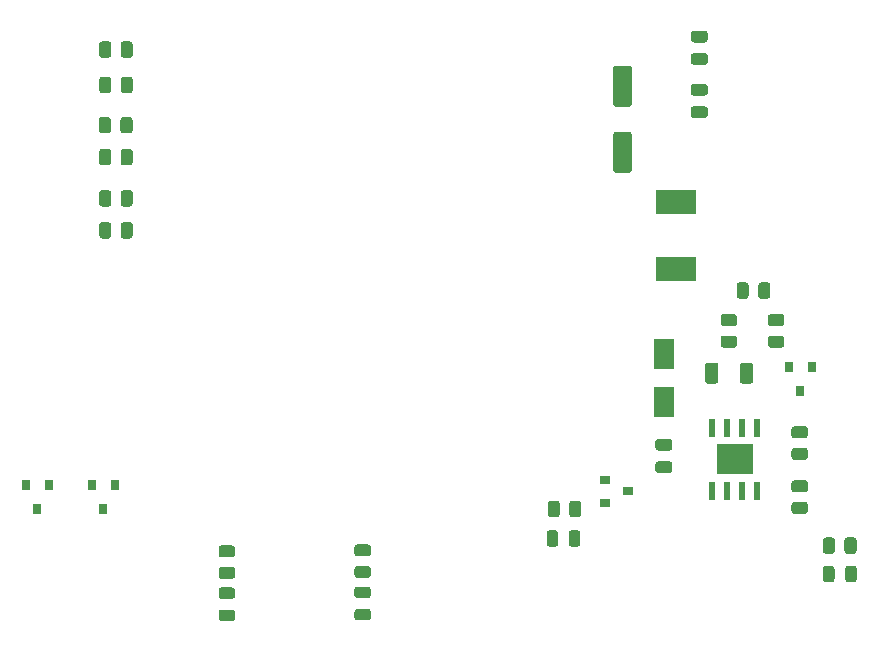
<source format=gbr>
%TF.GenerationSoftware,KiCad,Pcbnew,(5.1.12)-1*%
%TF.CreationDate,2021-12-26T21:26:00+08:00*%
%TF.ProjectId,OrangePiZeroExtentionBoard,4f72616e-6765-4506-995a-65726f457874,rev?*%
%TF.SameCoordinates,Original*%
%TF.FileFunction,Paste,Top*%
%TF.FilePolarity,Positive*%
%FSLAX46Y46*%
G04 Gerber Fmt 4.6, Leading zero omitted, Abs format (unit mm)*
G04 Created by KiCad (PCBNEW (5.1.12)-1) date 2021-12-26 21:26:00*
%MOMM*%
%LPD*%
G01*
G04 APERTURE LIST*
%ADD10R,0.600000X1.550000*%
%ADD11R,3.100000X2.600000*%
%ADD12R,1.800000X2.500000*%
%ADD13R,3.400000X2.000000*%
%ADD14R,0.800000X0.900000*%
%ADD15R,0.900000X0.800000*%
G04 APERTURE END LIST*
%TO.C,C5*%
G36*
G01*
X166050000Y-76950000D02*
X164950000Y-76950000D01*
G75*
G02*
X164700000Y-76700000I0J250000D01*
G01*
X164700000Y-73700000D01*
G75*
G02*
X164950000Y-73450000I250000J0D01*
G01*
X166050000Y-73450000D01*
G75*
G02*
X166300000Y-73700000I0J-250000D01*
G01*
X166300000Y-76700000D01*
G75*
G02*
X166050000Y-76950000I-250000J0D01*
G01*
G37*
G36*
G01*
X166050000Y-82550000D02*
X164950000Y-82550000D01*
G75*
G02*
X164700000Y-82300000I0J250000D01*
G01*
X164700000Y-79300000D01*
G75*
G02*
X164950000Y-79050000I250000J0D01*
G01*
X166050000Y-79050000D01*
G75*
G02*
X166300000Y-79300000I0J-250000D01*
G01*
X166300000Y-82300000D01*
G75*
G02*
X166050000Y-82550000I-250000J0D01*
G01*
G37*
%TD*%
D10*
%TO.C,U1*%
X173095000Y-104100000D03*
X174365000Y-104100000D03*
X175635000Y-104100000D03*
X176905000Y-104100000D03*
X176905000Y-109500000D03*
X175635000Y-109500000D03*
X174365000Y-109500000D03*
X173095000Y-109500000D03*
D11*
X175000000Y-106800000D03*
%TD*%
%TO.C,C1*%
G36*
G01*
X172475000Y-71500000D02*
X171525000Y-71500000D01*
G75*
G02*
X171275000Y-71250000I0J250000D01*
G01*
X171275000Y-70750000D01*
G75*
G02*
X171525000Y-70500000I250000J0D01*
G01*
X172475000Y-70500000D01*
G75*
G02*
X172725000Y-70750000I0J-250000D01*
G01*
X172725000Y-71250000D01*
G75*
G02*
X172475000Y-71500000I-250000J0D01*
G01*
G37*
G36*
G01*
X172475000Y-73400000D02*
X171525000Y-73400000D01*
G75*
G02*
X171275000Y-73150000I0J250000D01*
G01*
X171275000Y-72650000D01*
G75*
G02*
X171525000Y-72400000I250000J0D01*
G01*
X172475000Y-72400000D01*
G75*
G02*
X172725000Y-72650000I0J-250000D01*
G01*
X172725000Y-73150000D01*
G75*
G02*
X172475000Y-73400000I-250000J0D01*
G01*
G37*
%TD*%
%TO.C,C2*%
G36*
G01*
X172475000Y-100150001D02*
X172475000Y-98849999D01*
G75*
G02*
X172724999Y-98600000I249999J0D01*
G01*
X173375001Y-98600000D01*
G75*
G02*
X173625000Y-98849999I0J-249999D01*
G01*
X173625000Y-100150001D01*
G75*
G02*
X173375001Y-100400000I-249999J0D01*
G01*
X172724999Y-100400000D01*
G75*
G02*
X172475000Y-100150001I0J249999D01*
G01*
G37*
G36*
G01*
X175425000Y-100150001D02*
X175425000Y-98849999D01*
G75*
G02*
X175674999Y-98600000I249999J0D01*
G01*
X176325001Y-98600000D01*
G75*
G02*
X176575000Y-98849999I0J-249999D01*
G01*
X176575000Y-100150001D01*
G75*
G02*
X176325001Y-100400000I-249999J0D01*
G01*
X175674999Y-100400000D01*
G75*
G02*
X175425000Y-100150001I0J249999D01*
G01*
G37*
%TD*%
%TO.C,C3*%
G36*
G01*
X172475000Y-77900000D02*
X171525000Y-77900000D01*
G75*
G02*
X171275000Y-77650000I0J250000D01*
G01*
X171275000Y-77150000D01*
G75*
G02*
X171525000Y-76900000I250000J0D01*
G01*
X172475000Y-76900000D01*
G75*
G02*
X172725000Y-77150000I0J-250000D01*
G01*
X172725000Y-77650000D01*
G75*
G02*
X172475000Y-77900000I-250000J0D01*
G01*
G37*
G36*
G01*
X172475000Y-76000000D02*
X171525000Y-76000000D01*
G75*
G02*
X171275000Y-75750000I0J250000D01*
G01*
X171275000Y-75250000D01*
G75*
G02*
X171525000Y-75000000I250000J0D01*
G01*
X172475000Y-75000000D01*
G75*
G02*
X172725000Y-75250000I0J-250000D01*
G01*
X172725000Y-75750000D01*
G75*
G02*
X172475000Y-76000000I-250000J0D01*
G01*
G37*
%TD*%
%TO.C,C4*%
G36*
G01*
X169475000Y-107950000D02*
X168525000Y-107950000D01*
G75*
G02*
X168275000Y-107700000I0J250000D01*
G01*
X168275000Y-107200000D01*
G75*
G02*
X168525000Y-106950000I250000J0D01*
G01*
X169475000Y-106950000D01*
G75*
G02*
X169725000Y-107200000I0J-250000D01*
G01*
X169725000Y-107700000D01*
G75*
G02*
X169475000Y-107950000I-250000J0D01*
G01*
G37*
G36*
G01*
X169475000Y-106050000D02*
X168525000Y-106050000D01*
G75*
G02*
X168275000Y-105800000I0J250000D01*
G01*
X168275000Y-105300000D01*
G75*
G02*
X168525000Y-105050000I250000J0D01*
G01*
X169475000Y-105050000D01*
G75*
G02*
X169725000Y-105300000I0J-250000D01*
G01*
X169725000Y-105800000D01*
G75*
G02*
X169475000Y-106050000I-250000J0D01*
G01*
G37*
%TD*%
%TO.C,D1*%
G36*
G01*
X184350000Y-116956250D02*
X184350000Y-116043750D01*
G75*
G02*
X184593750Y-115800000I243750J0D01*
G01*
X185081250Y-115800000D01*
G75*
G02*
X185325000Y-116043750I0J-243750D01*
G01*
X185325000Y-116956250D01*
G75*
G02*
X185081250Y-117200000I-243750J0D01*
G01*
X184593750Y-117200000D01*
G75*
G02*
X184350000Y-116956250I0J243750D01*
G01*
G37*
G36*
G01*
X182475000Y-116956250D02*
X182475000Y-116043750D01*
G75*
G02*
X182718750Y-115800000I243750J0D01*
G01*
X183206250Y-115800000D01*
G75*
G02*
X183450000Y-116043750I0J-243750D01*
G01*
X183450000Y-116956250D01*
G75*
G02*
X183206250Y-117200000I-243750J0D01*
G01*
X182718750Y-117200000D01*
G75*
G02*
X182475000Y-116956250I0J243750D01*
G01*
G37*
%TD*%
%TO.C,D2*%
G36*
G01*
X132456250Y-120487500D02*
X131543750Y-120487500D01*
G75*
G02*
X131300000Y-120243750I0J243750D01*
G01*
X131300000Y-119756250D01*
G75*
G02*
X131543750Y-119512500I243750J0D01*
G01*
X132456250Y-119512500D01*
G75*
G02*
X132700000Y-119756250I0J-243750D01*
G01*
X132700000Y-120243750D01*
G75*
G02*
X132456250Y-120487500I-243750J0D01*
G01*
G37*
G36*
G01*
X132456250Y-118612500D02*
X131543750Y-118612500D01*
G75*
G02*
X131300000Y-118368750I0J243750D01*
G01*
X131300000Y-117881250D01*
G75*
G02*
X131543750Y-117637500I243750J0D01*
G01*
X132456250Y-117637500D01*
G75*
G02*
X132700000Y-117881250I0J-243750D01*
G01*
X132700000Y-118368750D01*
G75*
G02*
X132456250Y-118612500I-243750J0D01*
G01*
G37*
%TD*%
%TO.C,D3*%
G36*
G01*
X143956250Y-118550000D02*
X143043750Y-118550000D01*
G75*
G02*
X142800000Y-118306250I0J243750D01*
G01*
X142800000Y-117818750D01*
G75*
G02*
X143043750Y-117575000I243750J0D01*
G01*
X143956250Y-117575000D01*
G75*
G02*
X144200000Y-117818750I0J-243750D01*
G01*
X144200000Y-118306250D01*
G75*
G02*
X143956250Y-118550000I-243750J0D01*
G01*
G37*
G36*
G01*
X143956250Y-120425000D02*
X143043750Y-120425000D01*
G75*
G02*
X142800000Y-120181250I0J243750D01*
G01*
X142800000Y-119693750D01*
G75*
G02*
X143043750Y-119450000I243750J0D01*
G01*
X143956250Y-119450000D01*
G75*
G02*
X144200000Y-119693750I0J-243750D01*
G01*
X144200000Y-120181250D01*
G75*
G02*
X143956250Y-120425000I-243750J0D01*
G01*
G37*
%TD*%
D12*
%TO.C,D4*%
X169000000Y-97900000D03*
X169000000Y-101900000D03*
%TD*%
%TO.C,D5*%
G36*
G01*
X161925000Y-113043750D02*
X161925000Y-113956250D01*
G75*
G02*
X161681250Y-114200000I-243750J0D01*
G01*
X161193750Y-114200000D01*
G75*
G02*
X160950000Y-113956250I0J243750D01*
G01*
X160950000Y-113043750D01*
G75*
G02*
X161193750Y-112800000I243750J0D01*
G01*
X161681250Y-112800000D01*
G75*
G02*
X161925000Y-113043750I0J-243750D01*
G01*
G37*
G36*
G01*
X160050000Y-113043750D02*
X160050000Y-113956250D01*
G75*
G02*
X159806250Y-114200000I-243750J0D01*
G01*
X159318750Y-114200000D01*
G75*
G02*
X159075000Y-113956250I0J243750D01*
G01*
X159075000Y-113043750D01*
G75*
G02*
X159318750Y-112800000I243750J0D01*
G01*
X159806250Y-112800000D01*
G75*
G02*
X160050000Y-113043750I0J-243750D01*
G01*
G37*
%TD*%
D13*
%TO.C,L1*%
X170000000Y-90700000D03*
X170000000Y-85000000D03*
%TD*%
D14*
%TO.C,Q1*%
X181500000Y-99000000D03*
X179600000Y-99000000D03*
X180550000Y-101000000D03*
%TD*%
%TO.C,Q2*%
X116900000Y-109000000D03*
X115000000Y-109000000D03*
X115950000Y-111000000D03*
%TD*%
%TO.C,Q3*%
X121550000Y-111000000D03*
X120600000Y-109000000D03*
X122500000Y-109000000D03*
%TD*%
D15*
%TO.C,Q4*%
X166000000Y-109500000D03*
X164000000Y-110450000D03*
X164000000Y-108550000D03*
%TD*%
%TO.C,R1*%
G36*
G01*
X182462500Y-114550002D02*
X182462500Y-113649998D01*
G75*
G02*
X182712498Y-113400000I249998J0D01*
G01*
X183237502Y-113400000D01*
G75*
G02*
X183487500Y-113649998I0J-249998D01*
G01*
X183487500Y-114550002D01*
G75*
G02*
X183237502Y-114800000I-249998J0D01*
G01*
X182712498Y-114800000D01*
G75*
G02*
X182462500Y-114550002I0J249998D01*
G01*
G37*
G36*
G01*
X184287500Y-114550002D02*
X184287500Y-113649998D01*
G75*
G02*
X184537498Y-113400000I249998J0D01*
G01*
X185062502Y-113400000D01*
G75*
G02*
X185312500Y-113649998I0J-249998D01*
G01*
X185312500Y-114550002D01*
G75*
G02*
X185062502Y-114800000I-249998J0D01*
G01*
X184537498Y-114800000D01*
G75*
G02*
X184287500Y-114550002I0J249998D01*
G01*
G37*
%TD*%
%TO.C,R2*%
G36*
G01*
X180049998Y-103987500D02*
X180950002Y-103987500D01*
G75*
G02*
X181200000Y-104237498I0J-249998D01*
G01*
X181200000Y-104762502D01*
G75*
G02*
X180950002Y-105012500I-249998J0D01*
G01*
X180049998Y-105012500D01*
G75*
G02*
X179800000Y-104762502I0J249998D01*
G01*
X179800000Y-104237498D01*
G75*
G02*
X180049998Y-103987500I249998J0D01*
G01*
G37*
G36*
G01*
X180049998Y-105812500D02*
X180950002Y-105812500D01*
G75*
G02*
X181200000Y-106062498I0J-249998D01*
G01*
X181200000Y-106587502D01*
G75*
G02*
X180950002Y-106837500I-249998J0D01*
G01*
X180049998Y-106837500D01*
G75*
G02*
X179800000Y-106587502I0J249998D01*
G01*
X179800000Y-106062498D01*
G75*
G02*
X180049998Y-105812500I249998J0D01*
G01*
G37*
%TD*%
%TO.C,R3*%
G36*
G01*
X180049998Y-110387500D02*
X180950002Y-110387500D01*
G75*
G02*
X181200000Y-110637498I0J-249998D01*
G01*
X181200000Y-111162502D01*
G75*
G02*
X180950002Y-111412500I-249998J0D01*
G01*
X180049998Y-111412500D01*
G75*
G02*
X179800000Y-111162502I0J249998D01*
G01*
X179800000Y-110637498D01*
G75*
G02*
X180049998Y-110387500I249998J0D01*
G01*
G37*
G36*
G01*
X180049998Y-108562500D02*
X180950002Y-108562500D01*
G75*
G02*
X181200000Y-108812498I0J-249998D01*
G01*
X181200000Y-109337502D01*
G75*
G02*
X180950002Y-109587500I-249998J0D01*
G01*
X180049998Y-109587500D01*
G75*
G02*
X179800000Y-109337502I0J249998D01*
G01*
X179800000Y-108812498D01*
G75*
G02*
X180049998Y-108562500I249998J0D01*
G01*
G37*
%TD*%
%TO.C,R4*%
G36*
G01*
X132450002Y-115100000D02*
X131549998Y-115100000D01*
G75*
G02*
X131300000Y-114850002I0J249998D01*
G01*
X131300000Y-114324998D01*
G75*
G02*
X131549998Y-114075000I249998J0D01*
G01*
X132450002Y-114075000D01*
G75*
G02*
X132700000Y-114324998I0J-249998D01*
G01*
X132700000Y-114850002D01*
G75*
G02*
X132450002Y-115100000I-249998J0D01*
G01*
G37*
G36*
G01*
X132450002Y-116925000D02*
X131549998Y-116925000D01*
G75*
G02*
X131300000Y-116675002I0J249998D01*
G01*
X131300000Y-116149998D01*
G75*
G02*
X131549998Y-115900000I249998J0D01*
G01*
X132450002Y-115900000D01*
G75*
G02*
X132700000Y-116149998I0J-249998D01*
G01*
X132700000Y-116675002D01*
G75*
G02*
X132450002Y-116925000I-249998J0D01*
G01*
G37*
%TD*%
%TO.C,R5*%
G36*
G01*
X124037500Y-74649998D02*
X124037500Y-75550002D01*
G75*
G02*
X123787502Y-75800000I-249998J0D01*
G01*
X123262498Y-75800000D01*
G75*
G02*
X123012500Y-75550002I0J249998D01*
G01*
X123012500Y-74649998D01*
G75*
G02*
X123262498Y-74400000I249998J0D01*
G01*
X123787502Y-74400000D01*
G75*
G02*
X124037500Y-74649998I0J-249998D01*
G01*
G37*
G36*
G01*
X122212500Y-74649998D02*
X122212500Y-75550002D01*
G75*
G02*
X121962502Y-75800000I-249998J0D01*
G01*
X121437498Y-75800000D01*
G75*
G02*
X121187500Y-75550002I0J249998D01*
G01*
X121187500Y-74649998D01*
G75*
G02*
X121437498Y-74400000I249998J0D01*
G01*
X121962502Y-74400000D01*
G75*
G02*
X122212500Y-74649998I0J-249998D01*
G01*
G37*
%TD*%
%TO.C,R6*%
G36*
G01*
X122212500Y-71649998D02*
X122212500Y-72550002D01*
G75*
G02*
X121962502Y-72800000I-249998J0D01*
G01*
X121437498Y-72800000D01*
G75*
G02*
X121187500Y-72550002I0J249998D01*
G01*
X121187500Y-71649998D01*
G75*
G02*
X121437498Y-71400000I249998J0D01*
G01*
X121962502Y-71400000D01*
G75*
G02*
X122212500Y-71649998I0J-249998D01*
G01*
G37*
G36*
G01*
X124037500Y-71649998D02*
X124037500Y-72550002D01*
G75*
G02*
X123787502Y-72800000I-249998J0D01*
G01*
X123262498Y-72800000D01*
G75*
G02*
X123012500Y-72550002I0J249998D01*
G01*
X123012500Y-71649998D01*
G75*
G02*
X123262498Y-71400000I249998J0D01*
G01*
X123787502Y-71400000D01*
G75*
G02*
X124037500Y-71649998I0J-249998D01*
G01*
G37*
%TD*%
%TO.C,R7*%
G36*
G01*
X143950002Y-116837500D02*
X143049998Y-116837500D01*
G75*
G02*
X142800000Y-116587502I0J249998D01*
G01*
X142800000Y-116062498D01*
G75*
G02*
X143049998Y-115812500I249998J0D01*
G01*
X143950002Y-115812500D01*
G75*
G02*
X144200000Y-116062498I0J-249998D01*
G01*
X144200000Y-116587502D01*
G75*
G02*
X143950002Y-116837500I-249998J0D01*
G01*
G37*
G36*
G01*
X143950002Y-115012500D02*
X143049998Y-115012500D01*
G75*
G02*
X142800000Y-114762502I0J249998D01*
G01*
X142800000Y-114237498D01*
G75*
G02*
X143049998Y-113987500I249998J0D01*
G01*
X143950002Y-113987500D01*
G75*
G02*
X144200000Y-114237498I0J-249998D01*
G01*
X144200000Y-114762502D01*
G75*
G02*
X143950002Y-115012500I-249998J0D01*
G01*
G37*
%TD*%
%TO.C,R8*%
G36*
G01*
X124025000Y-80749998D02*
X124025000Y-81650002D01*
G75*
G02*
X123775002Y-81900000I-249998J0D01*
G01*
X123249998Y-81900000D01*
G75*
G02*
X123000000Y-81650002I0J249998D01*
G01*
X123000000Y-80749998D01*
G75*
G02*
X123249998Y-80500000I249998J0D01*
G01*
X123775002Y-80500000D01*
G75*
G02*
X124025000Y-80749998I0J-249998D01*
G01*
G37*
G36*
G01*
X122200000Y-80749998D02*
X122200000Y-81650002D01*
G75*
G02*
X121950002Y-81900000I-249998J0D01*
G01*
X121424998Y-81900000D01*
G75*
G02*
X121175000Y-81650002I0J249998D01*
G01*
X121175000Y-80749998D01*
G75*
G02*
X121424998Y-80500000I249998J0D01*
G01*
X121950002Y-80500000D01*
G75*
G02*
X122200000Y-80749998I0J-249998D01*
G01*
G37*
%TD*%
%TO.C,R9*%
G36*
G01*
X124012500Y-78049998D02*
X124012500Y-78950002D01*
G75*
G02*
X123762502Y-79200000I-249998J0D01*
G01*
X123237498Y-79200000D01*
G75*
G02*
X122987500Y-78950002I0J249998D01*
G01*
X122987500Y-78049998D01*
G75*
G02*
X123237498Y-77800000I249998J0D01*
G01*
X123762502Y-77800000D01*
G75*
G02*
X124012500Y-78049998I0J-249998D01*
G01*
G37*
G36*
G01*
X122187500Y-78049998D02*
X122187500Y-78950002D01*
G75*
G02*
X121937502Y-79200000I-249998J0D01*
G01*
X121412498Y-79200000D01*
G75*
G02*
X121162500Y-78950002I0J249998D01*
G01*
X121162500Y-78049998D01*
G75*
G02*
X121412498Y-77800000I249998J0D01*
G01*
X121937502Y-77800000D01*
G75*
G02*
X122187500Y-78049998I0J-249998D01*
G01*
G37*
%TD*%
%TO.C,R10*%
G36*
G01*
X160987500Y-111450002D02*
X160987500Y-110549998D01*
G75*
G02*
X161237498Y-110300000I249998J0D01*
G01*
X161762502Y-110300000D01*
G75*
G02*
X162012500Y-110549998I0J-249998D01*
G01*
X162012500Y-111450002D01*
G75*
G02*
X161762502Y-111700000I-249998J0D01*
G01*
X161237498Y-111700000D01*
G75*
G02*
X160987500Y-111450002I0J249998D01*
G01*
G37*
G36*
G01*
X159162500Y-111450002D02*
X159162500Y-110549998D01*
G75*
G02*
X159412498Y-110300000I249998J0D01*
G01*
X159937502Y-110300000D01*
G75*
G02*
X160187500Y-110549998I0J-249998D01*
G01*
X160187500Y-111450002D01*
G75*
G02*
X159937502Y-111700000I-249998J0D01*
G01*
X159412498Y-111700000D01*
G75*
G02*
X159162500Y-111450002I0J249998D01*
G01*
G37*
%TD*%
%TO.C,R11*%
G36*
G01*
X176987500Y-92950002D02*
X176987500Y-92049998D01*
G75*
G02*
X177237498Y-91800000I249998J0D01*
G01*
X177762502Y-91800000D01*
G75*
G02*
X178012500Y-92049998I0J-249998D01*
G01*
X178012500Y-92950002D01*
G75*
G02*
X177762502Y-93200000I-249998J0D01*
G01*
X177237498Y-93200000D01*
G75*
G02*
X176987500Y-92950002I0J249998D01*
G01*
G37*
G36*
G01*
X175162500Y-92950002D02*
X175162500Y-92049998D01*
G75*
G02*
X175412498Y-91800000I249998J0D01*
G01*
X175937502Y-91800000D01*
G75*
G02*
X176187500Y-92049998I0J-249998D01*
G01*
X176187500Y-92950002D01*
G75*
G02*
X175937502Y-93200000I-249998J0D01*
G01*
X175412498Y-93200000D01*
G75*
G02*
X175162500Y-92950002I0J249998D01*
G01*
G37*
%TD*%
%TO.C,R12*%
G36*
G01*
X178950002Y-97337500D02*
X178049998Y-97337500D01*
G75*
G02*
X177800000Y-97087502I0J249998D01*
G01*
X177800000Y-96562498D01*
G75*
G02*
X178049998Y-96312500I249998J0D01*
G01*
X178950002Y-96312500D01*
G75*
G02*
X179200000Y-96562498I0J-249998D01*
G01*
X179200000Y-97087502D01*
G75*
G02*
X178950002Y-97337500I-249998J0D01*
G01*
G37*
G36*
G01*
X178950002Y-95512500D02*
X178049998Y-95512500D01*
G75*
G02*
X177800000Y-95262502I0J249998D01*
G01*
X177800000Y-94737498D01*
G75*
G02*
X178049998Y-94487500I249998J0D01*
G01*
X178950002Y-94487500D01*
G75*
G02*
X179200000Y-94737498I0J-249998D01*
G01*
X179200000Y-95262502D01*
G75*
G02*
X178950002Y-95512500I-249998J0D01*
G01*
G37*
%TD*%
%TO.C,R13*%
G36*
G01*
X174049998Y-96312500D02*
X174950002Y-96312500D01*
G75*
G02*
X175200000Y-96562498I0J-249998D01*
G01*
X175200000Y-97087502D01*
G75*
G02*
X174950002Y-97337500I-249998J0D01*
G01*
X174049998Y-97337500D01*
G75*
G02*
X173800000Y-97087502I0J249998D01*
G01*
X173800000Y-96562498D01*
G75*
G02*
X174049998Y-96312500I249998J0D01*
G01*
G37*
G36*
G01*
X174049998Y-94487500D02*
X174950002Y-94487500D01*
G75*
G02*
X175200000Y-94737498I0J-249998D01*
G01*
X175200000Y-95262502D01*
G75*
G02*
X174950002Y-95512500I-249998J0D01*
G01*
X174049998Y-95512500D01*
G75*
G02*
X173800000Y-95262502I0J249998D01*
G01*
X173800000Y-94737498D01*
G75*
G02*
X174049998Y-94487500I249998J0D01*
G01*
G37*
%TD*%
%TO.C,R14*%
G36*
G01*
X124037500Y-86949998D02*
X124037500Y-87850002D01*
G75*
G02*
X123787502Y-88100000I-249998J0D01*
G01*
X123262498Y-88100000D01*
G75*
G02*
X123012500Y-87850002I0J249998D01*
G01*
X123012500Y-86949998D01*
G75*
G02*
X123262498Y-86700000I249998J0D01*
G01*
X123787502Y-86700000D01*
G75*
G02*
X124037500Y-86949998I0J-249998D01*
G01*
G37*
G36*
G01*
X122212500Y-86949998D02*
X122212500Y-87850002D01*
G75*
G02*
X121962502Y-88100000I-249998J0D01*
G01*
X121437498Y-88100000D01*
G75*
G02*
X121187500Y-87850002I0J249998D01*
G01*
X121187500Y-86949998D01*
G75*
G02*
X121437498Y-86700000I249998J0D01*
G01*
X121962502Y-86700000D01*
G75*
G02*
X122212500Y-86949998I0J-249998D01*
G01*
G37*
%TD*%
%TO.C,R15*%
G36*
G01*
X122212500Y-84249998D02*
X122212500Y-85150002D01*
G75*
G02*
X121962502Y-85400000I-249998J0D01*
G01*
X121437498Y-85400000D01*
G75*
G02*
X121187500Y-85150002I0J249998D01*
G01*
X121187500Y-84249998D01*
G75*
G02*
X121437498Y-84000000I249998J0D01*
G01*
X121962502Y-84000000D01*
G75*
G02*
X122212500Y-84249998I0J-249998D01*
G01*
G37*
G36*
G01*
X124037500Y-84249998D02*
X124037500Y-85150002D01*
G75*
G02*
X123787502Y-85400000I-249998J0D01*
G01*
X123262498Y-85400000D01*
G75*
G02*
X123012500Y-85150002I0J249998D01*
G01*
X123012500Y-84249998D01*
G75*
G02*
X123262498Y-84000000I249998J0D01*
G01*
X123787502Y-84000000D01*
G75*
G02*
X124037500Y-84249998I0J-249998D01*
G01*
G37*
%TD*%
M02*

</source>
